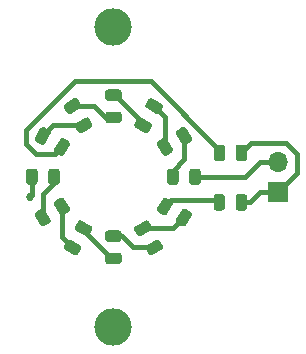
<source format=gbr>
G04 #@! TF.GenerationSoftware,KiCad,Pcbnew,5.1.7-a382d34a8~87~ubuntu18.04.1*
G04 #@! TF.CreationDate,2020-12-09T10:15:32-08:00*
G04 #@! TF.ProjectId,led_ring,6c65645f-7269-46e6-972e-6b696361645f,rev?*
G04 #@! TF.SameCoordinates,Original*
G04 #@! TF.FileFunction,Copper,L1,Top*
G04 #@! TF.FilePolarity,Positive*
%FSLAX46Y46*%
G04 Gerber Fmt 4.6, Leading zero omitted, Abs format (unit mm)*
G04 Created by KiCad (PCBNEW 5.1.7-a382d34a8~87~ubuntu18.04.1) date 2020-12-09 10:15:32*
%MOMM*%
%LPD*%
G01*
G04 APERTURE LIST*
G04 #@! TA.AperFunction,ComponentPad*
%ADD10R,1.700000X1.700000*%
G04 #@! TD*
G04 #@! TA.AperFunction,ComponentPad*
%ADD11O,1.700000X1.700000*%
G04 #@! TD*
G04 #@! TA.AperFunction,ComponentPad*
%ADD12C,3.175000*%
G04 #@! TD*
G04 #@! TA.AperFunction,ViaPad*
%ADD13C,0.685800*%
G04 #@! TD*
G04 #@! TA.AperFunction,Conductor*
%ADD14C,0.381000*%
G04 #@! TD*
G04 APERTURE END LIST*
D10*
X64770000Y-52070000D03*
D11*
X64770000Y-49530000D03*
D12*
X50800000Y-38100000D03*
X50800000Y-63500000D03*
G04 #@! TA.AperFunction,SMDPad,CuDef*
G36*
G01*
X62131000Y-52502750D02*
X62131000Y-53415250D01*
G75*
G02*
X61887250Y-53659000I-243750J0D01*
G01*
X61399750Y-53659000D01*
G75*
G02*
X61156000Y-53415250I0J243750D01*
G01*
X61156000Y-52502750D01*
G75*
G02*
X61399750Y-52259000I243750J0D01*
G01*
X61887250Y-52259000D01*
G75*
G02*
X62131000Y-52502750I0J-243750D01*
G01*
G37*
G04 #@! TD.AperFunction*
G04 #@! TA.AperFunction,SMDPad,CuDef*
G36*
G01*
X60256000Y-52502750D02*
X60256000Y-53415250D01*
G75*
G02*
X60012250Y-53659000I-243750J0D01*
G01*
X59524750Y-53659000D01*
G75*
G02*
X59281000Y-53415250I0J243750D01*
G01*
X59281000Y-52502750D01*
G75*
G02*
X59524750Y-52259000I243750J0D01*
G01*
X60012250Y-52259000D01*
G75*
G02*
X60256000Y-52502750I0J-243750D01*
G01*
G37*
G04 #@! TD.AperFunction*
G04 #@! TA.AperFunction,SMDPad,CuDef*
G36*
G01*
X60256000Y-48311750D02*
X60256000Y-49224250D01*
G75*
G02*
X60012250Y-49468000I-243750J0D01*
G01*
X59524750Y-49468000D01*
G75*
G02*
X59281000Y-49224250I0J243750D01*
G01*
X59281000Y-48311750D01*
G75*
G02*
X59524750Y-48068000I243750J0D01*
G01*
X60012250Y-48068000D01*
G75*
G02*
X60256000Y-48311750I0J-243750D01*
G01*
G37*
G04 #@! TD.AperFunction*
G04 #@! TA.AperFunction,SMDPad,CuDef*
G36*
G01*
X62131000Y-48311750D02*
X62131000Y-49224250D01*
G75*
G02*
X61887250Y-49468000I-243750J0D01*
G01*
X61399750Y-49468000D01*
G75*
G02*
X61156000Y-49224250I0J243750D01*
G01*
X61156000Y-48311750D01*
G75*
G02*
X61399750Y-48068000I243750J0D01*
G01*
X61887250Y-48068000D01*
G75*
G02*
X62131000Y-48311750I0J-243750D01*
G01*
G37*
G04 #@! TD.AperFunction*
G04 #@! TA.AperFunction,SMDPad,CuDef*
G36*
G01*
X55344000Y-51256250D02*
X55344000Y-50343750D01*
G75*
G02*
X55587750Y-50100000I243750J0D01*
G01*
X56075250Y-50100000D01*
G75*
G02*
X56319000Y-50343750I0J-243750D01*
G01*
X56319000Y-51256250D01*
G75*
G02*
X56075250Y-51500000I-243750J0D01*
G01*
X55587750Y-51500000D01*
G75*
G02*
X55344000Y-51256250I0J243750D01*
G01*
G37*
G04 #@! TD.AperFunction*
G04 #@! TA.AperFunction,SMDPad,CuDef*
G36*
G01*
X57219000Y-51256250D02*
X57219000Y-50343750D01*
G75*
G02*
X57462750Y-50100000I243750J0D01*
G01*
X57950250Y-50100000D01*
G75*
G02*
X58194000Y-50343750I0J-243750D01*
G01*
X58194000Y-51256250D01*
G75*
G02*
X57950250Y-51500000I-243750J0D01*
G01*
X57462750Y-51500000D01*
G75*
G02*
X57219000Y-51256250I0J243750D01*
G01*
G37*
G04 #@! TD.AperFunction*
G04 #@! TA.AperFunction,SMDPad,CuDef*
G36*
G01*
X56587136Y-47985624D02*
X56130886Y-47195376D01*
G75*
G02*
X56220105Y-46862407I211094J121875D01*
G01*
X56642293Y-46618657D01*
G75*
G02*
X56975262Y-46707876I121875J-211094D01*
G01*
X57431512Y-47498124D01*
G75*
G02*
X57342293Y-47831093I-211094J-121875D01*
G01*
X56920105Y-48074843D01*
G75*
G02*
X56587136Y-47985624I-121875J211094D01*
G01*
G37*
G04 #@! TD.AperFunction*
G04 #@! TA.AperFunction,SMDPad,CuDef*
G36*
G01*
X54963338Y-48923124D02*
X54507088Y-48132876D01*
G75*
G02*
X54596307Y-47799907I211094J121875D01*
G01*
X55018495Y-47556157D01*
G75*
G02*
X55351464Y-47645376I121875J-211094D01*
G01*
X55807714Y-48435624D01*
G75*
G02*
X55718495Y-48768593I-211094J-121875D01*
G01*
X55296307Y-49012343D01*
G75*
G02*
X54963338Y-48923124I-121875J211094D01*
G01*
G37*
G04 #@! TD.AperFunction*
G04 #@! TA.AperFunction,SMDPad,CuDef*
G36*
G01*
X53467124Y-47092912D02*
X52676876Y-46636662D01*
G75*
G02*
X52587657Y-46303693I121875J211094D01*
G01*
X52831407Y-45881505D01*
G75*
G02*
X53164376Y-45792286I211094J-121875D01*
G01*
X53954624Y-46248536D01*
G75*
G02*
X54043843Y-46581505I-121875J-211094D01*
G01*
X53800093Y-47003693D01*
G75*
G02*
X53467124Y-47092912I-211094J121875D01*
G01*
G37*
G04 #@! TD.AperFunction*
G04 #@! TA.AperFunction,SMDPad,CuDef*
G36*
G01*
X54404624Y-45469114D02*
X53614376Y-45012864D01*
G75*
G02*
X53525157Y-44679895I121875J211094D01*
G01*
X53768907Y-44257707D01*
G75*
G02*
X54101876Y-44168488I211094J-121875D01*
G01*
X54892124Y-44624738D01*
G75*
G02*
X54981343Y-44957707I-121875J-211094D01*
G01*
X54737593Y-45379895D01*
G75*
G02*
X54404624Y-45469114I-211094J121875D01*
G01*
G37*
G04 #@! TD.AperFunction*
G04 #@! TA.AperFunction,SMDPad,CuDef*
G36*
G01*
X51256250Y-44381000D02*
X50343750Y-44381000D01*
G75*
G02*
X50100000Y-44137250I0J243750D01*
G01*
X50100000Y-43649750D01*
G75*
G02*
X50343750Y-43406000I243750J0D01*
G01*
X51256250Y-43406000D01*
G75*
G02*
X51500000Y-43649750I0J-243750D01*
G01*
X51500000Y-44137250D01*
G75*
G02*
X51256250Y-44381000I-243750J0D01*
G01*
G37*
G04 #@! TD.AperFunction*
G04 #@! TA.AperFunction,SMDPad,CuDef*
G36*
G01*
X51256250Y-46256000D02*
X50343750Y-46256000D01*
G75*
G02*
X50100000Y-46012250I0J243750D01*
G01*
X50100000Y-45524750D01*
G75*
G02*
X50343750Y-45281000I243750J0D01*
G01*
X51256250Y-45281000D01*
G75*
G02*
X51500000Y-45524750I0J-243750D01*
G01*
X51500000Y-46012250D01*
G75*
G02*
X51256250Y-46256000I-243750J0D01*
G01*
G37*
G04 #@! TD.AperFunction*
G04 #@! TA.AperFunction,SMDPad,CuDef*
G36*
G01*
X48923124Y-46636662D02*
X48132876Y-47092912D01*
G75*
G02*
X47799907Y-47003693I-121875J211094D01*
G01*
X47556157Y-46581505D01*
G75*
G02*
X47645376Y-46248536I211094J121875D01*
G01*
X48435624Y-45792286D01*
G75*
G02*
X48768593Y-45881505I121875J-211094D01*
G01*
X49012343Y-46303693D01*
G75*
G02*
X48923124Y-46636662I-211094J-121875D01*
G01*
G37*
G04 #@! TD.AperFunction*
G04 #@! TA.AperFunction,SMDPad,CuDef*
G36*
G01*
X47985624Y-45012864D02*
X47195376Y-45469114D01*
G75*
G02*
X46862407Y-45379895I-121875J211094D01*
G01*
X46618657Y-44957707D01*
G75*
G02*
X46707876Y-44624738I211094J121875D01*
G01*
X47498124Y-44168488D01*
G75*
G02*
X47831093Y-44257707I121875J-211094D01*
G01*
X48074843Y-44679895D01*
G75*
G02*
X47985624Y-45012864I-211094J-121875D01*
G01*
G37*
G04 #@! TD.AperFunction*
G04 #@! TA.AperFunction,SMDPad,CuDef*
G36*
G01*
X45469114Y-47195376D02*
X45012864Y-47985624D01*
G75*
G02*
X44679895Y-48074843I-211094J121875D01*
G01*
X44257707Y-47831093D01*
G75*
G02*
X44168488Y-47498124I121875J211094D01*
G01*
X44624738Y-46707876D01*
G75*
G02*
X44957707Y-46618657I211094J-121875D01*
G01*
X45379895Y-46862407D01*
G75*
G02*
X45469114Y-47195376I-121875J-211094D01*
G01*
G37*
G04 #@! TD.AperFunction*
G04 #@! TA.AperFunction,SMDPad,CuDef*
G36*
G01*
X47092912Y-48132876D02*
X46636662Y-48923124D01*
G75*
G02*
X46303693Y-49012343I-211094J121875D01*
G01*
X45881505Y-48768593D01*
G75*
G02*
X45792286Y-48435624I121875J211094D01*
G01*
X46248536Y-47645376D01*
G75*
G02*
X46581505Y-47556157I211094J-121875D01*
G01*
X47003693Y-47799907D01*
G75*
G02*
X47092912Y-48132876I-121875J-211094D01*
G01*
G37*
G04 #@! TD.AperFunction*
G04 #@! TA.AperFunction,SMDPad,CuDef*
G36*
G01*
X46256000Y-50343750D02*
X46256000Y-51256250D01*
G75*
G02*
X46012250Y-51500000I-243750J0D01*
G01*
X45524750Y-51500000D01*
G75*
G02*
X45281000Y-51256250I0J243750D01*
G01*
X45281000Y-50343750D01*
G75*
G02*
X45524750Y-50100000I243750J0D01*
G01*
X46012250Y-50100000D01*
G75*
G02*
X46256000Y-50343750I0J-243750D01*
G01*
G37*
G04 #@! TD.AperFunction*
G04 #@! TA.AperFunction,SMDPad,CuDef*
G36*
G01*
X44381000Y-50343750D02*
X44381000Y-51256250D01*
G75*
G02*
X44137250Y-51500000I-243750J0D01*
G01*
X43649750Y-51500000D01*
G75*
G02*
X43406000Y-51256250I0J243750D01*
G01*
X43406000Y-50343750D01*
G75*
G02*
X43649750Y-50100000I243750J0D01*
G01*
X44137250Y-50100000D01*
G75*
G02*
X44381000Y-50343750I0J-243750D01*
G01*
G37*
G04 #@! TD.AperFunction*
G04 #@! TA.AperFunction,SMDPad,CuDef*
G36*
G01*
X45012864Y-53614376D02*
X45469114Y-54404624D01*
G75*
G02*
X45379895Y-54737593I-211094J-121875D01*
G01*
X44957707Y-54981343D01*
G75*
G02*
X44624738Y-54892124I-121875J211094D01*
G01*
X44168488Y-54101876D01*
G75*
G02*
X44257707Y-53768907I211094J121875D01*
G01*
X44679895Y-53525157D01*
G75*
G02*
X45012864Y-53614376I121875J-211094D01*
G01*
G37*
G04 #@! TD.AperFunction*
G04 #@! TA.AperFunction,SMDPad,CuDef*
G36*
G01*
X46636662Y-52676876D02*
X47092912Y-53467124D01*
G75*
G02*
X47003693Y-53800093I-211094J-121875D01*
G01*
X46581505Y-54043843D01*
G75*
G02*
X46248536Y-53954624I-121875J211094D01*
G01*
X45792286Y-53164376D01*
G75*
G02*
X45881505Y-52831407I211094J121875D01*
G01*
X46303693Y-52587657D01*
G75*
G02*
X46636662Y-52676876I121875J-211094D01*
G01*
G37*
G04 #@! TD.AperFunction*
G04 #@! TA.AperFunction,SMDPad,CuDef*
G36*
G01*
X48132876Y-54507088D02*
X48923124Y-54963338D01*
G75*
G02*
X49012343Y-55296307I-121875J-211094D01*
G01*
X48768593Y-55718495D01*
G75*
G02*
X48435624Y-55807714I-211094J121875D01*
G01*
X47645376Y-55351464D01*
G75*
G02*
X47556157Y-55018495I121875J211094D01*
G01*
X47799907Y-54596307D01*
G75*
G02*
X48132876Y-54507088I211094J-121875D01*
G01*
G37*
G04 #@! TD.AperFunction*
G04 #@! TA.AperFunction,SMDPad,CuDef*
G36*
G01*
X47195376Y-56130886D02*
X47985624Y-56587136D01*
G75*
G02*
X48074843Y-56920105I-121875J-211094D01*
G01*
X47831093Y-57342293D01*
G75*
G02*
X47498124Y-57431512I-211094J121875D01*
G01*
X46707876Y-56975262D01*
G75*
G02*
X46618657Y-56642293I121875J211094D01*
G01*
X46862407Y-56220105D01*
G75*
G02*
X47195376Y-56130886I211094J-121875D01*
G01*
G37*
G04 #@! TD.AperFunction*
G04 #@! TA.AperFunction,SMDPad,CuDef*
G36*
G01*
X50343750Y-57219000D02*
X51256250Y-57219000D01*
G75*
G02*
X51500000Y-57462750I0J-243750D01*
G01*
X51500000Y-57950250D01*
G75*
G02*
X51256250Y-58194000I-243750J0D01*
G01*
X50343750Y-58194000D01*
G75*
G02*
X50100000Y-57950250I0J243750D01*
G01*
X50100000Y-57462750D01*
G75*
G02*
X50343750Y-57219000I243750J0D01*
G01*
G37*
G04 #@! TD.AperFunction*
G04 #@! TA.AperFunction,SMDPad,CuDef*
G36*
G01*
X50343750Y-55344000D02*
X51256250Y-55344000D01*
G75*
G02*
X51500000Y-55587750I0J-243750D01*
G01*
X51500000Y-56075250D01*
G75*
G02*
X51256250Y-56319000I-243750J0D01*
G01*
X50343750Y-56319000D01*
G75*
G02*
X50100000Y-56075250I0J243750D01*
G01*
X50100000Y-55587750D01*
G75*
G02*
X50343750Y-55344000I243750J0D01*
G01*
G37*
G04 #@! TD.AperFunction*
G04 #@! TA.AperFunction,SMDPad,CuDef*
G36*
G01*
X52676876Y-54963338D02*
X53467124Y-54507088D01*
G75*
G02*
X53800093Y-54596307I121875J-211094D01*
G01*
X54043843Y-55018495D01*
G75*
G02*
X53954624Y-55351464I-211094J-121875D01*
G01*
X53164376Y-55807714D01*
G75*
G02*
X52831407Y-55718495I-121875J211094D01*
G01*
X52587657Y-55296307D01*
G75*
G02*
X52676876Y-54963338I211094J121875D01*
G01*
G37*
G04 #@! TD.AperFunction*
G04 #@! TA.AperFunction,SMDPad,CuDef*
G36*
G01*
X53614376Y-56587136D02*
X54404624Y-56130886D01*
G75*
G02*
X54737593Y-56220105I121875J-211094D01*
G01*
X54981343Y-56642293D01*
G75*
G02*
X54892124Y-56975262I-211094J-121875D01*
G01*
X54101876Y-57431512D01*
G75*
G02*
X53768907Y-57342293I-121875J211094D01*
G01*
X53525157Y-56920105D01*
G75*
G02*
X53614376Y-56587136I211094J121875D01*
G01*
G37*
G04 #@! TD.AperFunction*
G04 #@! TA.AperFunction,SMDPad,CuDef*
G36*
G01*
X56130886Y-54404624D02*
X56587136Y-53614376D01*
G75*
G02*
X56920105Y-53525157I211094J-121875D01*
G01*
X57342293Y-53768907D01*
G75*
G02*
X57431512Y-54101876I-121875J-211094D01*
G01*
X56975262Y-54892124D01*
G75*
G02*
X56642293Y-54981343I-211094J121875D01*
G01*
X56220105Y-54737593D01*
G75*
G02*
X56130886Y-54404624I121875J211094D01*
G01*
G37*
G04 #@! TD.AperFunction*
G04 #@! TA.AperFunction,SMDPad,CuDef*
G36*
G01*
X54507088Y-53467124D02*
X54963338Y-52676876D01*
G75*
G02*
X55296307Y-52587657I211094J-121875D01*
G01*
X55718495Y-52831407D01*
G75*
G02*
X55807714Y-53164376I-121875J-211094D01*
G01*
X55351464Y-53954624D01*
G75*
G02*
X55018495Y-54043843I-211094J121875D01*
G01*
X54596307Y-53800093D01*
G75*
G02*
X54507088Y-53467124I121875J211094D01*
G01*
G37*
G04 #@! TD.AperFunction*
D13*
X43771200Y-52483800D03*
D14*
X56781200Y-47346800D02*
X56781200Y-49329500D01*
X56781200Y-49329500D02*
X55831500Y-50279200D01*
X55831500Y-50279200D02*
X55831500Y-50800000D01*
X43893500Y-50800000D02*
X43893500Y-52361500D01*
X43893500Y-52361500D02*
X43771200Y-52483800D01*
X64770000Y-49530000D02*
X63221200Y-49530000D01*
X57706500Y-50800000D02*
X61951200Y-50800000D01*
X61951200Y-50800000D02*
X63221200Y-49530000D01*
X55157400Y-48284200D02*
X55157400Y-45722900D01*
X55157400Y-45722900D02*
X54253300Y-44818800D01*
X50800000Y-43893500D02*
X50973700Y-43893500D01*
X50973700Y-43893500D02*
X53315700Y-46235500D01*
X53315700Y-46235500D02*
X53315700Y-46442600D01*
X50800000Y-45768500D02*
X50109800Y-45768500D01*
X50109800Y-45768500D02*
X49160100Y-44818800D01*
X49160100Y-44818800D02*
X47346800Y-44818800D01*
X44818800Y-47346800D02*
X45723000Y-46442600D01*
X45723000Y-46442600D02*
X48284200Y-46442600D01*
X46442600Y-48284200D02*
X45891700Y-48835100D01*
X45891700Y-48835100D02*
X44254800Y-48835100D01*
X44254800Y-48835100D02*
X43432600Y-48012900D01*
X43432600Y-48012900D02*
X43432600Y-46849300D01*
X43432600Y-46849300D02*
X47589800Y-42692100D01*
X47589800Y-42692100D02*
X53972200Y-42692100D01*
X53972200Y-42692100D02*
X59768500Y-48488400D01*
X59768500Y-48488400D02*
X59768500Y-48768000D01*
X44818800Y-54253300D02*
X44818800Y-52270500D01*
X44818800Y-52270500D02*
X45768500Y-51320800D01*
X45768500Y-51320800D02*
X45768500Y-50800000D01*
X46442600Y-53315700D02*
X46442600Y-55877100D01*
X46442600Y-55877100D02*
X47346700Y-56781200D01*
X50800000Y-57706500D02*
X50626300Y-57706500D01*
X50626300Y-57706500D02*
X48284300Y-55364500D01*
X48284300Y-55364500D02*
X48284300Y-55157400D01*
X50800000Y-55831500D02*
X51490200Y-55831500D01*
X51490200Y-55831500D02*
X52439900Y-56781200D01*
X52439900Y-56781200D02*
X54253300Y-56781200D01*
X56781200Y-54253300D02*
X55877100Y-55157400D01*
X55877100Y-55157400D02*
X53315700Y-55157400D01*
X61643500Y-48768000D02*
X62442500Y-47969000D01*
X62442500Y-47969000D02*
X65451000Y-47969000D01*
X65451000Y-47969000D02*
X66326100Y-48844100D01*
X66326100Y-48844100D02*
X66326100Y-50513900D01*
X66326100Y-50513900D02*
X64770000Y-52070000D01*
X64770000Y-52070000D02*
X63221200Y-52070000D01*
X61643500Y-52959000D02*
X62332200Y-52959000D01*
X62332200Y-52959000D02*
X63221200Y-52070000D01*
X55157400Y-53315700D02*
X55708300Y-52764800D01*
X55708300Y-52764800D02*
X59574300Y-52764800D01*
X59574300Y-52764800D02*
X59768500Y-52959000D01*
M02*

</source>
